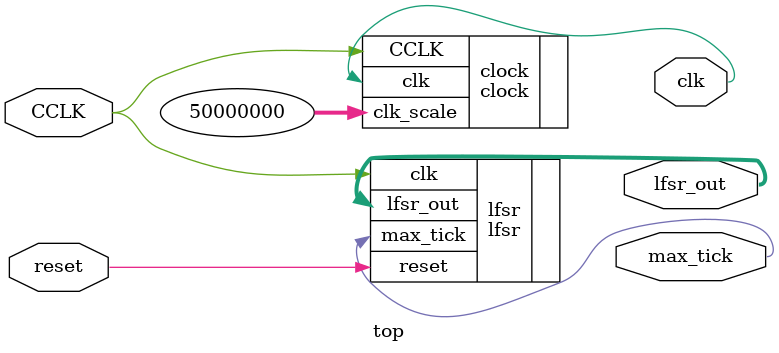
<source format=v>
`timescale 1ns / 1ps
module top(
    input CCLK,
    input wire reset,
    output wire max_tick,
    output wire [11:0] lfsr_out,
    output wire clk
    );
    
//    wire clk;
    
    clock clock(
        .CCLK(CCLK),
        .clk_scale(50000000), // A clock with a period of 1s
        .clk(clk)
    );
    
    lfsr lfsr(
        .clk(CCLK),
        .reset(reset),
        .lfsr_out(lfsr_out),
        .max_tick(max_tick)
    );
    
endmodule

</source>
